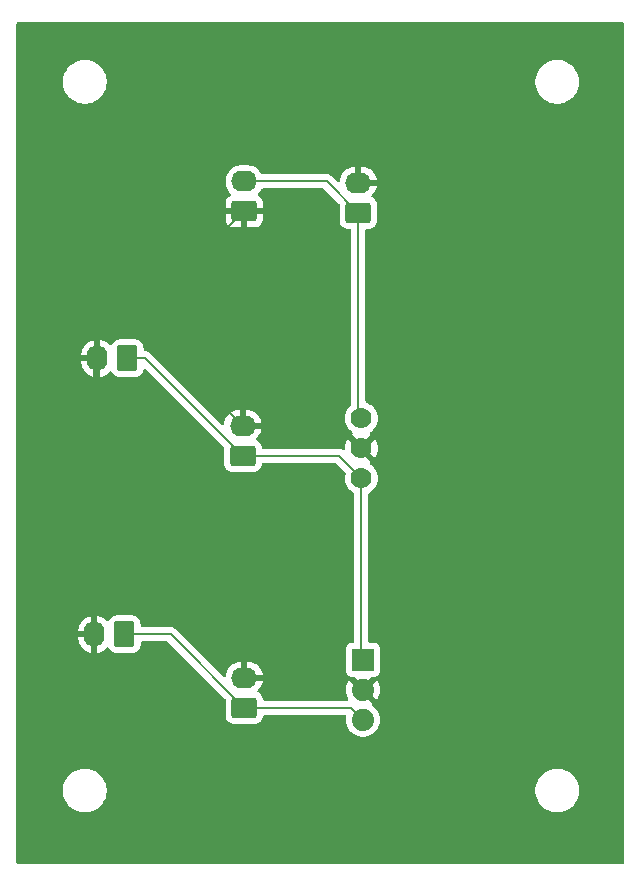
<source format=gbr>
%TF.GenerationSoftware,KiCad,Pcbnew,8.0.8*%
%TF.CreationDate,2025-04-15T11:04:33-05:00*%
%TF.ProjectId,PowerOnly,506f7765-724f-46e6-9c79-2e6b69636164,rev?*%
%TF.SameCoordinates,Original*%
%TF.FileFunction,Copper,L1,Top*%
%TF.FilePolarity,Positive*%
%FSLAX46Y46*%
G04 Gerber Fmt 4.6, Leading zero omitted, Abs format (unit mm)*
G04 Created by KiCad (PCBNEW 8.0.8) date 2025-04-15 11:04:33*
%MOMM*%
%LPD*%
G01*
G04 APERTURE LIST*
G04 Aperture macros list*
%AMRoundRect*
0 Rectangle with rounded corners*
0 $1 Rounding radius*
0 $2 $3 $4 $5 $6 $7 $8 $9 X,Y pos of 4 corners*
0 Add a 4 corners polygon primitive as box body*
4,1,4,$2,$3,$4,$5,$6,$7,$8,$9,$2,$3,0*
0 Add four circle primitives for the rounded corners*
1,1,$1+$1,$2,$3*
1,1,$1+$1,$4,$5*
1,1,$1+$1,$6,$7*
1,1,$1+$1,$8,$9*
0 Add four rect primitives between the rounded corners*
20,1,$1+$1,$2,$3,$4,$5,0*
20,1,$1+$1,$4,$5,$6,$7,0*
20,1,$1+$1,$6,$7,$8,$9,0*
20,1,$1+$1,$8,$9,$2,$3,0*%
G04 Aperture macros list end*
%TA.AperFunction,ComponentPad*%
%ADD10RoundRect,0.250000X0.620000X0.845000X-0.620000X0.845000X-0.620000X-0.845000X0.620000X-0.845000X0*%
%TD*%
%TA.AperFunction,ComponentPad*%
%ADD11O,1.740000X2.190000*%
%TD*%
%TA.AperFunction,ComponentPad*%
%ADD12R,1.879600X1.879600*%
%TD*%
%TA.AperFunction,ComponentPad*%
%ADD13C,1.879600*%
%TD*%
%TA.AperFunction,ComponentPad*%
%ADD14C,1.778000*%
%TD*%
%TA.AperFunction,ComponentPad*%
%ADD15RoundRect,0.250000X0.845000X-0.620000X0.845000X0.620000X-0.845000X0.620000X-0.845000X-0.620000X0*%
%TD*%
%TA.AperFunction,ComponentPad*%
%ADD16O,2.190000X1.740000*%
%TD*%
%TA.AperFunction,Conductor*%
%ADD17C,0.200000*%
%TD*%
G04 APERTURE END LIST*
D10*
%TO.P,J3,1,Pin_1*%
%TO.N,Net-(J3-Pin_1)*%
X133604000Y-73406000D03*
D11*
%TO.P,J3,2,Pin_2*%
%TO.N,GND*%
X131064000Y-73406000D03*
%TD*%
D10*
%TO.P,J2,1,Pin_1*%
%TO.N,Net-(J2-Pin_1)*%
X133350000Y-96774000D03*
D11*
%TO.P,J2,2,Pin_2*%
%TO.N,GND*%
X130810000Y-96774000D03*
%TD*%
D12*
%TO.P,U2,1,IN*%
%TO.N,Net-(J3-Pin_1)*%
X153543000Y-98933000D03*
D13*
%TO.P,U2,2,GND*%
%TO.N,GND*%
X153543000Y-101473000D03*
%TO.P,U2,3,OUT*%
%TO.N,Net-(J2-Pin_1)*%
X153543000Y-104013000D03*
%TD*%
D14*
%TO.P,U1,1,INPUT*%
%TO.N,Net-(J1-Pin_1)*%
X153416000Y-78486000D03*
%TO.P,U1,2,GROUND*%
%TO.N,GND*%
X153416000Y-81026000D03*
%TO.P,U1,3,OUTPUT*%
%TO.N,Net-(J3-Pin_1)*%
X153416000Y-83566000D03*
%TD*%
D15*
%TO.P,J1,1,Pin_1*%
%TO.N,Net-(J1-Pin_1)*%
X153162000Y-61087000D03*
D16*
%TO.P,J1,2,Pin_2*%
%TO.N,GND*%
X153162000Y-58547000D03*
%TD*%
D15*
%TO.P,C3,1*%
%TO.N,Net-(J2-Pin_1)*%
X143510000Y-102997000D03*
D16*
%TO.P,C3,2*%
%TO.N,GND*%
X143510000Y-100457000D03*
%TD*%
D15*
%TO.P,C2,1*%
%TO.N,Net-(J3-Pin_1)*%
X143383000Y-81661000D03*
D16*
%TO.P,C2,2*%
%TO.N,GND*%
X143383000Y-79121000D03*
%TD*%
D15*
%TO.P,C1,1*%
%TO.N,GND*%
X143510000Y-60960000D03*
D16*
%TO.P,C1,2*%
%TO.N,Net-(J1-Pin_1)*%
X143510000Y-58420000D03*
%TD*%
D17*
%TO.N,GND*%
X143383000Y-79121000D02*
X140208000Y-75946000D01*
X140208000Y-64262000D02*
X143510000Y-60960000D01*
X140208000Y-75946000D02*
X140208000Y-64262000D01*
X130810000Y-96774000D02*
X130810000Y-73660000D01*
X130810000Y-73660000D02*
X131064000Y-73406000D01*
%TO.N,Net-(J3-Pin_1)*%
X153416000Y-83566000D02*
X153416000Y-98806000D01*
X153416000Y-98806000D02*
X153543000Y-98933000D01*
%TO.N,Net-(J2-Pin_1)*%
X133350000Y-96774000D02*
X137287000Y-96774000D01*
X137287000Y-96774000D02*
X143510000Y-102997000D01*
%TO.N,Net-(J1-Pin_1)*%
X153162000Y-61087000D02*
X153162000Y-78232000D01*
X153162000Y-78232000D02*
X153416000Y-78486000D01*
%TO.N,Net-(J3-Pin_1)*%
X133604000Y-73406000D02*
X135128000Y-73406000D01*
X135128000Y-73406000D02*
X143383000Y-81661000D01*
%TO.N,Net-(J2-Pin_1)*%
X143510000Y-102997000D02*
X152527000Y-102997000D01*
X152527000Y-102997000D02*
X153543000Y-104013000D01*
%TO.N,Net-(J3-Pin_1)*%
X143383000Y-81661000D02*
X151511000Y-81661000D01*
X151511000Y-81661000D02*
X153416000Y-83566000D01*
%TO.N,Net-(J1-Pin_1)*%
X143510000Y-58420000D02*
X150495000Y-58420000D01*
X150495000Y-58420000D02*
X153162000Y-61087000D01*
%TD*%
%TA.AperFunction,Conductor*%
%TO.N,GND*%
G36*
X175591539Y-44965185D02*
G01*
X175637294Y-45017989D01*
X175648500Y-45069500D01*
X175648500Y-116073500D01*
X175628815Y-116140539D01*
X175576011Y-116186294D01*
X175524500Y-116197500D01*
X124332500Y-116197500D01*
X124265461Y-116177815D01*
X124219706Y-116125011D01*
X124208500Y-116073500D01*
X124208500Y-109878711D01*
X128149500Y-109878711D01*
X128149500Y-110121288D01*
X128181161Y-110361785D01*
X128243947Y-110596104D01*
X128336773Y-110820205D01*
X128336776Y-110820212D01*
X128458064Y-111030289D01*
X128458066Y-111030292D01*
X128458067Y-111030293D01*
X128605733Y-111222736D01*
X128605739Y-111222743D01*
X128777256Y-111394260D01*
X128777262Y-111394265D01*
X128969711Y-111541936D01*
X129179788Y-111663224D01*
X129403900Y-111756054D01*
X129638211Y-111818838D01*
X129818586Y-111842584D01*
X129878711Y-111850500D01*
X129878712Y-111850500D01*
X130121289Y-111850500D01*
X130169388Y-111844167D01*
X130361789Y-111818838D01*
X130596100Y-111756054D01*
X130820212Y-111663224D01*
X131030289Y-111541936D01*
X131222738Y-111394265D01*
X131394265Y-111222738D01*
X131541936Y-111030289D01*
X131663224Y-110820212D01*
X131756054Y-110596100D01*
X131818838Y-110361789D01*
X131850500Y-110121288D01*
X131850500Y-109878712D01*
X131850500Y-109878711D01*
X168149500Y-109878711D01*
X168149500Y-110121288D01*
X168181161Y-110361785D01*
X168243947Y-110596104D01*
X168336773Y-110820205D01*
X168336776Y-110820212D01*
X168458064Y-111030289D01*
X168458066Y-111030292D01*
X168458067Y-111030293D01*
X168605733Y-111222736D01*
X168605739Y-111222743D01*
X168777256Y-111394260D01*
X168777262Y-111394265D01*
X168969711Y-111541936D01*
X169179788Y-111663224D01*
X169403900Y-111756054D01*
X169638211Y-111818838D01*
X169818586Y-111842584D01*
X169878711Y-111850500D01*
X169878712Y-111850500D01*
X170121289Y-111850500D01*
X170169388Y-111844167D01*
X170361789Y-111818838D01*
X170596100Y-111756054D01*
X170820212Y-111663224D01*
X171030289Y-111541936D01*
X171222738Y-111394265D01*
X171394265Y-111222738D01*
X171541936Y-111030289D01*
X171663224Y-110820212D01*
X171756054Y-110596100D01*
X171818838Y-110361789D01*
X171850500Y-110121288D01*
X171850500Y-109878712D01*
X171818838Y-109638211D01*
X171756054Y-109403900D01*
X171663224Y-109179788D01*
X171541936Y-108969711D01*
X171394265Y-108777262D01*
X171394260Y-108777256D01*
X171222743Y-108605739D01*
X171222736Y-108605733D01*
X171030293Y-108458067D01*
X171030292Y-108458066D01*
X171030289Y-108458064D01*
X170820212Y-108336776D01*
X170820205Y-108336773D01*
X170596104Y-108243947D01*
X170361785Y-108181161D01*
X170121289Y-108149500D01*
X170121288Y-108149500D01*
X169878712Y-108149500D01*
X169878711Y-108149500D01*
X169638214Y-108181161D01*
X169403895Y-108243947D01*
X169179794Y-108336773D01*
X169179785Y-108336777D01*
X168969706Y-108458067D01*
X168777263Y-108605733D01*
X168777256Y-108605739D01*
X168605739Y-108777256D01*
X168605733Y-108777263D01*
X168458067Y-108969706D01*
X168336777Y-109179785D01*
X168336773Y-109179794D01*
X168243947Y-109403895D01*
X168181161Y-109638214D01*
X168149500Y-109878711D01*
X131850500Y-109878711D01*
X131818838Y-109638211D01*
X131756054Y-109403900D01*
X131663224Y-109179788D01*
X131541936Y-108969711D01*
X131394265Y-108777262D01*
X131394260Y-108777256D01*
X131222743Y-108605739D01*
X131222736Y-108605733D01*
X131030293Y-108458067D01*
X131030292Y-108458066D01*
X131030289Y-108458064D01*
X130820212Y-108336776D01*
X130820205Y-108336773D01*
X130596104Y-108243947D01*
X130361785Y-108181161D01*
X130121289Y-108149500D01*
X130121288Y-108149500D01*
X129878712Y-108149500D01*
X129878711Y-108149500D01*
X129638214Y-108181161D01*
X129403895Y-108243947D01*
X129179794Y-108336773D01*
X129179785Y-108336777D01*
X128969706Y-108458067D01*
X128777263Y-108605733D01*
X128777256Y-108605739D01*
X128605739Y-108777256D01*
X128605733Y-108777263D01*
X128458067Y-108969706D01*
X128336777Y-109179785D01*
X128336773Y-109179794D01*
X128243947Y-109403895D01*
X128181161Y-109638214D01*
X128149500Y-109878711D01*
X124208500Y-109878711D01*
X124208500Y-96441179D01*
X129440000Y-96441179D01*
X129440000Y-96524000D01*
X130267291Y-96524000D01*
X130255548Y-96544339D01*
X130215000Y-96695667D01*
X130215000Y-96852333D01*
X130255548Y-97003661D01*
X130267291Y-97024000D01*
X129440000Y-97024000D01*
X129440000Y-97106820D01*
X129473734Y-97319809D01*
X129540372Y-97524901D01*
X129638271Y-97717036D01*
X129765025Y-97891496D01*
X129765025Y-97891497D01*
X129917502Y-98043974D01*
X130091963Y-98170728D01*
X130284098Y-98268627D01*
X130489190Y-98335266D01*
X130560000Y-98346481D01*
X130560000Y-97316709D01*
X130580339Y-97328452D01*
X130731667Y-97369000D01*
X130888333Y-97369000D01*
X131039661Y-97328452D01*
X131060000Y-97316709D01*
X131060000Y-98346480D01*
X131130809Y-98335266D01*
X131335901Y-98268627D01*
X131528036Y-98170728D01*
X131702493Y-98043977D01*
X131844578Y-97901892D01*
X131905901Y-97868407D01*
X131975593Y-97873391D01*
X132031527Y-97915262D01*
X132044640Y-97937165D01*
X132045181Y-97938325D01*
X132045185Y-97938331D01*
X132045186Y-97938334D01*
X132137288Y-98087656D01*
X132261344Y-98211712D01*
X132410666Y-98303814D01*
X132577203Y-98358999D01*
X132679991Y-98369500D01*
X134020008Y-98369499D01*
X134122797Y-98358999D01*
X134289334Y-98303814D01*
X134438656Y-98211712D01*
X134562712Y-98087656D01*
X134654814Y-97938334D01*
X134709999Y-97771797D01*
X134720500Y-97669009D01*
X134720500Y-97498500D01*
X134740185Y-97431461D01*
X134792989Y-97385706D01*
X134844500Y-97374500D01*
X136986903Y-97374500D01*
X137053942Y-97394185D01*
X137074584Y-97410819D01*
X141879902Y-102216137D01*
X141913387Y-102277460D01*
X141915580Y-102316414D01*
X141914500Y-102326985D01*
X141914500Y-103667001D01*
X141914501Y-103667018D01*
X141925000Y-103769796D01*
X141925001Y-103769799D01*
X141926768Y-103775130D01*
X141980186Y-103936334D01*
X142072288Y-104085656D01*
X142196344Y-104209712D01*
X142345666Y-104301814D01*
X142512203Y-104356999D01*
X142614991Y-104367500D01*
X144405008Y-104367499D01*
X144507797Y-104356999D01*
X144674334Y-104301814D01*
X144823656Y-104209712D01*
X144947712Y-104085656D01*
X145039814Y-103936334D01*
X145094999Y-103769797D01*
X145101221Y-103708897D01*
X145127618Y-103644205D01*
X145184799Y-103604054D01*
X145224579Y-103597500D01*
X152003140Y-103597500D01*
X152070179Y-103617185D01*
X152115934Y-103669989D01*
X152125878Y-103739147D01*
X152123345Y-103751942D01*
X152117474Y-103775122D01*
X152117474Y-103775123D01*
X152097764Y-104012994D01*
X152097764Y-104013005D01*
X152117473Y-104250869D01*
X152117475Y-104250881D01*
X152176070Y-104482267D01*
X152271951Y-104700852D01*
X152271953Y-104700856D01*
X152402506Y-104900682D01*
X152564168Y-105076295D01*
X152752531Y-105222903D01*
X152962455Y-105336509D01*
X153188216Y-105414012D01*
X153423653Y-105453300D01*
X153423654Y-105453300D01*
X153662346Y-105453300D01*
X153662347Y-105453300D01*
X153897784Y-105414012D01*
X154123545Y-105336509D01*
X154333469Y-105222903D01*
X154521832Y-105076295D01*
X154683494Y-104900682D01*
X154814047Y-104700856D01*
X154909929Y-104482267D01*
X154968525Y-104250878D01*
X154971936Y-104209712D01*
X154988236Y-104013005D01*
X154988236Y-104012994D01*
X154968526Y-103775130D01*
X154968524Y-103775118D01*
X154909929Y-103543732D01*
X154814048Y-103325147D01*
X154814047Y-103325144D01*
X154683494Y-103125318D01*
X154521832Y-102949705D01*
X154521827Y-102949701D01*
X154521825Y-102949699D01*
X154381571Y-102840535D01*
X154340758Y-102783825D01*
X154337083Y-102714052D01*
X154369992Y-102656387D01*
X154370158Y-102653711D01*
X153817888Y-102101441D01*
X153867848Y-102080748D01*
X153980172Y-102005695D01*
X154075695Y-101910172D01*
X154150748Y-101797848D01*
X154171441Y-101747889D01*
X154722941Y-102299389D01*
X154813604Y-102160621D01*
X154813609Y-102160613D01*
X154909454Y-101942104D01*
X154968030Y-101710796D01*
X154968032Y-101710788D01*
X154987735Y-101473006D01*
X154987735Y-101472993D01*
X154968032Y-101235211D01*
X154968030Y-101235203D01*
X154909454Y-101003895D01*
X154813606Y-100785380D01*
X154722941Y-100646609D01*
X154171441Y-101198110D01*
X154150748Y-101148152D01*
X154075695Y-101035828D01*
X153980172Y-100940305D01*
X153867848Y-100865252D01*
X153817888Y-100844557D01*
X154252828Y-100409618D01*
X154314151Y-100376133D01*
X154340508Y-100373299D01*
X154530672Y-100373299D01*
X154590283Y-100366891D01*
X154725131Y-100316596D01*
X154840346Y-100230346D01*
X154926596Y-100115131D01*
X154976891Y-99980283D01*
X154983300Y-99920673D01*
X154983299Y-97945328D01*
X154976891Y-97885717D01*
X154926596Y-97750869D01*
X154926595Y-97750868D01*
X154926593Y-97750864D01*
X154840347Y-97635655D01*
X154840344Y-97635652D01*
X154725135Y-97549406D01*
X154725128Y-97549402D01*
X154590282Y-97499108D01*
X154590283Y-97499108D01*
X154530683Y-97492701D01*
X154530681Y-97492700D01*
X154530673Y-97492700D01*
X154530665Y-97492700D01*
X154140500Y-97492700D01*
X154073461Y-97473015D01*
X154027706Y-97420211D01*
X154016500Y-97368700D01*
X154016500Y-84894835D01*
X154036185Y-84827796D01*
X154081483Y-84785780D01*
X154178589Y-84733229D01*
X154360308Y-84591792D01*
X154516269Y-84422373D01*
X154642217Y-84229595D01*
X154734717Y-84018716D01*
X154791246Y-83795488D01*
X154810262Y-83566000D01*
X154791246Y-83336512D01*
X154734717Y-83113284D01*
X154642217Y-82902405D01*
X154542422Y-82749657D01*
X154516271Y-82709629D01*
X154489355Y-82680390D01*
X154360308Y-82540208D01*
X154223591Y-82433797D01*
X154174541Y-82395620D01*
X154175428Y-82394480D01*
X154134363Y-82346366D01*
X154124938Y-82277135D01*
X154154437Y-82213798D01*
X154174571Y-82196352D01*
X154174266Y-82195960D01*
X154206958Y-82170513D01*
X154206959Y-82170512D01*
X153652007Y-81615561D01*
X153716785Y-81588729D01*
X153820789Y-81519236D01*
X153909236Y-81430789D01*
X153978729Y-81326785D01*
X154005560Y-81262008D01*
X154559238Y-81815686D01*
X154641774Y-81689357D01*
X154734242Y-81478553D01*
X154790750Y-81255408D01*
X154790752Y-81255396D01*
X154809760Y-81026005D01*
X154809760Y-81025994D01*
X154790752Y-80796603D01*
X154790750Y-80796591D01*
X154734242Y-80573446D01*
X154641775Y-80362644D01*
X154559238Y-80236312D01*
X154005560Y-80789990D01*
X153978729Y-80725215D01*
X153909236Y-80621211D01*
X153820789Y-80532764D01*
X153716785Y-80463271D01*
X153652007Y-80436438D01*
X154206958Y-79881486D01*
X154206958Y-79881484D01*
X154174267Y-79856040D01*
X154175209Y-79854829D01*
X154134355Y-79806947D01*
X154124941Y-79737714D01*
X154154450Y-79674382D01*
X154174820Y-79656738D01*
X154174541Y-79656380D01*
X154211174Y-79627866D01*
X154360308Y-79511792D01*
X154516269Y-79342373D01*
X154642217Y-79149595D01*
X154734717Y-78938716D01*
X154791246Y-78715488D01*
X154803588Y-78566548D01*
X154810262Y-78486005D01*
X154810262Y-78485994D01*
X154791246Y-78256515D01*
X154791246Y-78256512D01*
X154734717Y-78033284D01*
X154642217Y-77822405D01*
X154595566Y-77751000D01*
X154516271Y-77629629D01*
X154489355Y-77600390D01*
X154360308Y-77460208D01*
X154270499Y-77390307D01*
X154178591Y-77318772D01*
X153976069Y-77209172D01*
X153976061Y-77209169D01*
X153846237Y-77164600D01*
X153789222Y-77124214D01*
X153763091Y-77059415D01*
X153762500Y-77047319D01*
X153762500Y-62581499D01*
X153782185Y-62514460D01*
X153834989Y-62468705D01*
X153886500Y-62457499D01*
X154057002Y-62457499D01*
X154057008Y-62457499D01*
X154159797Y-62446999D01*
X154326334Y-62391814D01*
X154475656Y-62299712D01*
X154599712Y-62175656D01*
X154691814Y-62026334D01*
X154746999Y-61859797D01*
X154757500Y-61757009D01*
X154757499Y-60416992D01*
X154756418Y-60406414D01*
X154746999Y-60314203D01*
X154746998Y-60314200D01*
X154704948Y-60187302D01*
X154691814Y-60147666D01*
X154599712Y-59998344D01*
X154475656Y-59874288D01*
X154326334Y-59782186D01*
X154326332Y-59782185D01*
X154326325Y-59782181D01*
X154325165Y-59781640D01*
X154324503Y-59781057D01*
X154320187Y-59778395D01*
X154320642Y-59777657D01*
X154272727Y-59735466D01*
X154253577Y-59668272D01*
X154273795Y-59601392D01*
X154289892Y-59581578D01*
X154431977Y-59439493D01*
X154558728Y-59265036D01*
X154656627Y-59072901D01*
X154723266Y-58867809D01*
X154734481Y-58797000D01*
X153704709Y-58797000D01*
X153716452Y-58776661D01*
X153757000Y-58625333D01*
X153757000Y-58468667D01*
X153716452Y-58317339D01*
X153704709Y-58297000D01*
X154734481Y-58297000D01*
X154723266Y-58226190D01*
X154656627Y-58021098D01*
X154558728Y-57828963D01*
X154431974Y-57654503D01*
X154431974Y-57654502D01*
X154279497Y-57502025D01*
X154105036Y-57375271D01*
X153912901Y-57277372D01*
X153707809Y-57210734D01*
X153494820Y-57177000D01*
X153412000Y-57177000D01*
X153412000Y-58004290D01*
X153391661Y-57992548D01*
X153240333Y-57952000D01*
X153083667Y-57952000D01*
X152932339Y-57992548D01*
X152912000Y-58004290D01*
X152912000Y-57177000D01*
X152829180Y-57177000D01*
X152616190Y-57210734D01*
X152411098Y-57277372D01*
X152218963Y-57375271D01*
X152044503Y-57502025D01*
X152044502Y-57502025D01*
X151892025Y-57654502D01*
X151892025Y-57654503D01*
X151765271Y-57828963D01*
X151667372Y-58021098D01*
X151600733Y-58226190D01*
X151577234Y-58374561D01*
X151547305Y-58437696D01*
X151487993Y-58474627D01*
X151418131Y-58473629D01*
X151367080Y-58442844D01*
X150982590Y-58058355D01*
X150982588Y-58058352D01*
X150863717Y-57939481D01*
X150863716Y-57939480D01*
X150776904Y-57889360D01*
X150776904Y-57889359D01*
X150776900Y-57889358D01*
X150726785Y-57860423D01*
X150574057Y-57819499D01*
X150415943Y-57819499D01*
X150408347Y-57819499D01*
X150408331Y-57819500D01*
X145043165Y-57819500D01*
X144976126Y-57799815D01*
X144932680Y-57751794D01*
X144907157Y-57701701D01*
X144780359Y-57527179D01*
X144627821Y-57374641D01*
X144453299Y-57247843D01*
X144261089Y-57149908D01*
X144055926Y-57083246D01*
X144055924Y-57083245D01*
X144055922Y-57083245D01*
X143842866Y-57049500D01*
X143842861Y-57049500D01*
X143177139Y-57049500D01*
X143177134Y-57049500D01*
X142964077Y-57083245D01*
X142758908Y-57149909D01*
X142566700Y-57247843D01*
X142467129Y-57320186D01*
X142392179Y-57374641D01*
X142392177Y-57374643D01*
X142392176Y-57374643D01*
X142239643Y-57527176D01*
X142239643Y-57527177D01*
X142239641Y-57527179D01*
X142185186Y-57602129D01*
X142112843Y-57701700D01*
X142014909Y-57893908D01*
X141948245Y-58099077D01*
X141914500Y-58312133D01*
X141914500Y-58527866D01*
X141945646Y-58724511D01*
X141948246Y-58740926D01*
X142014908Y-58946089D01*
X142112843Y-59138299D01*
X142239641Y-59312821D01*
X142239643Y-59312823D01*
X142382003Y-59455183D01*
X142415488Y-59516506D01*
X142410504Y-59586198D01*
X142368632Y-59642131D01*
X142346728Y-59655245D01*
X142345885Y-59655637D01*
X142196654Y-59747684D01*
X142072684Y-59871654D01*
X141980643Y-60020875D01*
X141980641Y-60020880D01*
X141925494Y-60187302D01*
X141925493Y-60187309D01*
X141915000Y-60290013D01*
X141915000Y-60710000D01*
X142967291Y-60710000D01*
X142955548Y-60730339D01*
X142915000Y-60881667D01*
X142915000Y-61038333D01*
X142955548Y-61189661D01*
X142967291Y-61210000D01*
X141915001Y-61210000D01*
X141915001Y-61629986D01*
X141925494Y-61732697D01*
X141980641Y-61899119D01*
X141980643Y-61899124D01*
X142072684Y-62048345D01*
X142196654Y-62172315D01*
X142345875Y-62264356D01*
X142345880Y-62264358D01*
X142512302Y-62319505D01*
X142512309Y-62319506D01*
X142615019Y-62329999D01*
X143259999Y-62329999D01*
X143260000Y-62329998D01*
X143260000Y-61502709D01*
X143280339Y-61514452D01*
X143431667Y-61555000D01*
X143588333Y-61555000D01*
X143739661Y-61514452D01*
X143760000Y-61502709D01*
X143760000Y-62329999D01*
X144404972Y-62329999D01*
X144404986Y-62329998D01*
X144507697Y-62319505D01*
X144674119Y-62264358D01*
X144674124Y-62264356D01*
X144823345Y-62172315D01*
X144947315Y-62048345D01*
X145039356Y-61899124D01*
X145039358Y-61899119D01*
X145094505Y-61732697D01*
X145094506Y-61732690D01*
X145104999Y-61629986D01*
X145105000Y-61629973D01*
X145105000Y-61210000D01*
X144052709Y-61210000D01*
X144064452Y-61189661D01*
X144105000Y-61038333D01*
X144105000Y-60881667D01*
X144064452Y-60730339D01*
X144052709Y-60710000D01*
X145104999Y-60710000D01*
X145104999Y-60290028D01*
X145104998Y-60290013D01*
X145094505Y-60187302D01*
X145039358Y-60020880D01*
X145039356Y-60020875D01*
X144947315Y-59871654D01*
X144823345Y-59747684D01*
X144674118Y-59655640D01*
X144673277Y-59655248D01*
X144672796Y-59654824D01*
X144667975Y-59651851D01*
X144668483Y-59651027D01*
X144620836Y-59609078D01*
X144601681Y-59541885D01*
X144621894Y-59475003D01*
X144637987Y-59455192D01*
X144780359Y-59312821D01*
X144907157Y-59138299D01*
X144932680Y-59088205D01*
X144980654Y-59037410D01*
X145043165Y-59020500D01*
X150194903Y-59020500D01*
X150261942Y-59040185D01*
X150282584Y-59056819D01*
X151531902Y-60306137D01*
X151565387Y-60367460D01*
X151567580Y-60406414D01*
X151566500Y-60416985D01*
X151566500Y-61757001D01*
X151566501Y-61757018D01*
X151577000Y-61859796D01*
X151577001Y-61859799D01*
X151632185Y-62026331D01*
X151632186Y-62026334D01*
X151724288Y-62175656D01*
X151848344Y-62299712D01*
X151997666Y-62391814D01*
X152164203Y-62446999D01*
X152266991Y-62457500D01*
X152437500Y-62457499D01*
X152504539Y-62477183D01*
X152550294Y-62529987D01*
X152561500Y-62581499D01*
X152561500Y-77329687D01*
X152541815Y-77396726D01*
X152513663Y-77427540D01*
X152471694Y-77460206D01*
X152315728Y-77629629D01*
X152189782Y-77822405D01*
X152097282Y-78033285D01*
X152040753Y-78256515D01*
X152021738Y-78485994D01*
X152021738Y-78486005D01*
X152040753Y-78715484D01*
X152097282Y-78938714D01*
X152189782Y-79149594D01*
X152315728Y-79342370D01*
X152342084Y-79371000D01*
X152471692Y-79511792D01*
X152581319Y-79597118D01*
X152657459Y-79656380D01*
X152656570Y-79657521D01*
X152697632Y-79705624D01*
X152707063Y-79774855D01*
X152677568Y-79838194D01*
X152657429Y-79855651D01*
X152657733Y-79856041D01*
X152625040Y-79881485D01*
X152625040Y-79881487D01*
X153179992Y-80436438D01*
X153115215Y-80463271D01*
X153011211Y-80532764D01*
X152922764Y-80621211D01*
X152853271Y-80725215D01*
X152826438Y-80789992D01*
X152272760Y-80236313D01*
X152190224Y-80362644D01*
X152097757Y-80573446D01*
X152041249Y-80796591D01*
X152041247Y-80796603D01*
X152022240Y-81025994D01*
X152022240Y-81025999D01*
X152023284Y-81038603D01*
X152009201Y-81107038D01*
X151960354Y-81156996D01*
X151892252Y-81172615D01*
X151837708Y-81156227D01*
X151792904Y-81130360D01*
X151792904Y-81130359D01*
X151792900Y-81130358D01*
X151742785Y-81101423D01*
X151590057Y-81060499D01*
X151431943Y-81060499D01*
X151424347Y-81060499D01*
X151424331Y-81060500D01*
X145097578Y-81060500D01*
X145030539Y-81040815D01*
X144984784Y-80988011D01*
X144974220Y-80949102D01*
X144971431Y-80921803D01*
X144967999Y-80888203D01*
X144912814Y-80721666D01*
X144820712Y-80572344D01*
X144696656Y-80448288D01*
X144547334Y-80356186D01*
X144547332Y-80356185D01*
X144547325Y-80356181D01*
X144546165Y-80355640D01*
X144545503Y-80355057D01*
X144541187Y-80352395D01*
X144541642Y-80351657D01*
X144493727Y-80309466D01*
X144474577Y-80242272D01*
X144494795Y-80175392D01*
X144510892Y-80155578D01*
X144652977Y-80013493D01*
X144779728Y-79839036D01*
X144877627Y-79646901D01*
X144944266Y-79441809D01*
X144955481Y-79371000D01*
X143925709Y-79371000D01*
X143937452Y-79350661D01*
X143978000Y-79199333D01*
X143978000Y-79042667D01*
X143937452Y-78891339D01*
X143925709Y-78871000D01*
X144955481Y-78871000D01*
X144944266Y-78800190D01*
X144877627Y-78595098D01*
X144779728Y-78402963D01*
X144652974Y-78228503D01*
X144652974Y-78228502D01*
X144500497Y-78076025D01*
X144326036Y-77949271D01*
X144133901Y-77851372D01*
X143928809Y-77784734D01*
X143715820Y-77751000D01*
X143633000Y-77751000D01*
X143633000Y-78578290D01*
X143612661Y-78566548D01*
X143461333Y-78526000D01*
X143304667Y-78526000D01*
X143153339Y-78566548D01*
X143133000Y-78578290D01*
X143133000Y-77751000D01*
X143050180Y-77751000D01*
X142837190Y-77784734D01*
X142632098Y-77851372D01*
X142439963Y-77949271D01*
X142265503Y-78076025D01*
X142265502Y-78076025D01*
X142113025Y-78228502D01*
X142113025Y-78228503D01*
X141986271Y-78402963D01*
X141888372Y-78595098D01*
X141821733Y-78800190D01*
X141798234Y-78948562D01*
X141768305Y-79011697D01*
X141708993Y-79048628D01*
X141639131Y-79047630D01*
X141588080Y-79016845D01*
X135615590Y-73044355D01*
X135615588Y-73044352D01*
X135496717Y-72925481D01*
X135496716Y-72925480D01*
X135409904Y-72875360D01*
X135409904Y-72875359D01*
X135409900Y-72875358D01*
X135359785Y-72846423D01*
X135207057Y-72805499D01*
X135098499Y-72805499D01*
X135031460Y-72785814D01*
X134985705Y-72733010D01*
X134974499Y-72681499D01*
X134974499Y-72510998D01*
X134974498Y-72510981D01*
X134963999Y-72408203D01*
X134963998Y-72408200D01*
X134924334Y-72288503D01*
X134908814Y-72241666D01*
X134816712Y-72092344D01*
X134692656Y-71968288D01*
X134543334Y-71876186D01*
X134376797Y-71821001D01*
X134376795Y-71821000D01*
X134274010Y-71810500D01*
X132933998Y-71810500D01*
X132933981Y-71810501D01*
X132831203Y-71821000D01*
X132831200Y-71821001D01*
X132664668Y-71876185D01*
X132664663Y-71876187D01*
X132515342Y-71968289D01*
X132391289Y-72092342D01*
X132299182Y-72241672D01*
X132298638Y-72242840D01*
X132298051Y-72243505D01*
X132295395Y-72247813D01*
X132294658Y-72247358D01*
X132252461Y-72295275D01*
X132185266Y-72314422D01*
X132118387Y-72294201D01*
X132098579Y-72278107D01*
X131956497Y-72136025D01*
X131782036Y-72009271D01*
X131589899Y-71911372D01*
X131384805Y-71844733D01*
X131314000Y-71833518D01*
X131314000Y-72863290D01*
X131293661Y-72851548D01*
X131142333Y-72811000D01*
X130985667Y-72811000D01*
X130834339Y-72851548D01*
X130814000Y-72863290D01*
X130814000Y-71833518D01*
X130813999Y-71833518D01*
X130743194Y-71844733D01*
X130538100Y-71911372D01*
X130345963Y-72009271D01*
X130171503Y-72136025D01*
X130171502Y-72136025D01*
X130019025Y-72288502D01*
X130019025Y-72288503D01*
X129892271Y-72462963D01*
X129794372Y-72655098D01*
X129727734Y-72860190D01*
X129694000Y-73073179D01*
X129694000Y-73156000D01*
X130521291Y-73156000D01*
X130509548Y-73176339D01*
X130469000Y-73327667D01*
X130469000Y-73484333D01*
X130509548Y-73635661D01*
X130521291Y-73656000D01*
X129694000Y-73656000D01*
X129694000Y-73738820D01*
X129727734Y-73951809D01*
X129794372Y-74156901D01*
X129892271Y-74349036D01*
X130019025Y-74523496D01*
X130019025Y-74523497D01*
X130171502Y-74675974D01*
X130345963Y-74802728D01*
X130538098Y-74900627D01*
X130743190Y-74967266D01*
X130814000Y-74978481D01*
X130814000Y-73948709D01*
X130834339Y-73960452D01*
X130985667Y-74001000D01*
X131142333Y-74001000D01*
X131293661Y-73960452D01*
X131314000Y-73948709D01*
X131314000Y-74978480D01*
X131384809Y-74967266D01*
X131589901Y-74900627D01*
X131782036Y-74802728D01*
X131956493Y-74675977D01*
X132098578Y-74533892D01*
X132159901Y-74500407D01*
X132229593Y-74505391D01*
X132285527Y-74547262D01*
X132298640Y-74569165D01*
X132299181Y-74570325D01*
X132299185Y-74570331D01*
X132299186Y-74570334D01*
X132391288Y-74719656D01*
X132515344Y-74843712D01*
X132664666Y-74935814D01*
X132831203Y-74990999D01*
X132933991Y-75001500D01*
X134274008Y-75001499D01*
X134376797Y-74990999D01*
X134543334Y-74935814D01*
X134692656Y-74843712D01*
X134816712Y-74719656D01*
X134908814Y-74570334D01*
X134963999Y-74403797D01*
X134966450Y-74379803D01*
X134992845Y-74315112D01*
X135050026Y-74274960D01*
X135119837Y-74272096D01*
X135177489Y-74304724D01*
X141752902Y-80880137D01*
X141786387Y-80941460D01*
X141788580Y-80980414D01*
X141787500Y-80990985D01*
X141787500Y-82331001D01*
X141787501Y-82331018D01*
X141798000Y-82433796D01*
X141798001Y-82433799D01*
X141833262Y-82540208D01*
X141853186Y-82600334D01*
X141945288Y-82749656D01*
X142069344Y-82873712D01*
X142218666Y-82965814D01*
X142385203Y-83020999D01*
X142487991Y-83031500D01*
X144278008Y-83031499D01*
X144380797Y-83020999D01*
X144547334Y-82965814D01*
X144696656Y-82873712D01*
X144820712Y-82749656D01*
X144912814Y-82600334D01*
X144967999Y-82433797D01*
X144974221Y-82372897D01*
X145000618Y-82308205D01*
X145057799Y-82268054D01*
X145097579Y-82261500D01*
X151210903Y-82261500D01*
X151277942Y-82281185D01*
X151298584Y-82297819D01*
X152050850Y-83050085D01*
X152084335Y-83111408D01*
X152083375Y-83168206D01*
X152040753Y-83336515D01*
X152021738Y-83565994D01*
X152021738Y-83566005D01*
X152040753Y-83795484D01*
X152097282Y-84018714D01*
X152189782Y-84229594D01*
X152315728Y-84422370D01*
X152315731Y-84422373D01*
X152471692Y-84591792D01*
X152585139Y-84680091D01*
X152653408Y-84733227D01*
X152653413Y-84733230D01*
X152750517Y-84785780D01*
X152800108Y-84834999D01*
X152815500Y-84894835D01*
X152815500Y-97368700D01*
X152795815Y-97435739D01*
X152743011Y-97481494D01*
X152691501Y-97492700D01*
X152555330Y-97492700D01*
X152555323Y-97492701D01*
X152495716Y-97499108D01*
X152360871Y-97549402D01*
X152360864Y-97549406D01*
X152245655Y-97635652D01*
X152245652Y-97635655D01*
X152159406Y-97750864D01*
X152159402Y-97750871D01*
X152109108Y-97885717D01*
X152102701Y-97945316D01*
X152102701Y-97945323D01*
X152102700Y-97945335D01*
X152102700Y-99920670D01*
X152102701Y-99920676D01*
X152109108Y-99980283D01*
X152159402Y-100115128D01*
X152159406Y-100115135D01*
X152245652Y-100230344D01*
X152245655Y-100230347D01*
X152360864Y-100316593D01*
X152360871Y-100316597D01*
X152404850Y-100333000D01*
X152495717Y-100366891D01*
X152555327Y-100373300D01*
X152745493Y-100373299D01*
X152812530Y-100392983D01*
X152833172Y-100409618D01*
X153268111Y-100844557D01*
X153218152Y-100865252D01*
X153105828Y-100940305D01*
X153010305Y-101035828D01*
X152935252Y-101148152D01*
X152914558Y-101198111D01*
X152363057Y-100646609D01*
X152272392Y-100785382D01*
X152176545Y-101003895D01*
X152117969Y-101235203D01*
X152117967Y-101235211D01*
X152098265Y-101472993D01*
X152098265Y-101473006D01*
X152117967Y-101710788D01*
X152117969Y-101710796D01*
X152176545Y-101942104D01*
X152272392Y-102160617D01*
X152301179Y-102204679D01*
X152321367Y-102271568D01*
X152302186Y-102338754D01*
X152249727Y-102384904D01*
X152197370Y-102396500D01*
X145224578Y-102396500D01*
X145157539Y-102376815D01*
X145111784Y-102324011D01*
X145101220Y-102285102D01*
X145098431Y-102257803D01*
X145094999Y-102224203D01*
X145039814Y-102057666D01*
X144947712Y-101908344D01*
X144823656Y-101784288D01*
X144674334Y-101692186D01*
X144674332Y-101692185D01*
X144674325Y-101692181D01*
X144673165Y-101691640D01*
X144672503Y-101691057D01*
X144668187Y-101688395D01*
X144668642Y-101687657D01*
X144620727Y-101645466D01*
X144601577Y-101578272D01*
X144621795Y-101511392D01*
X144637892Y-101491578D01*
X144779977Y-101349493D01*
X144906728Y-101175036D01*
X145004627Y-100982901D01*
X145071266Y-100777809D01*
X145082481Y-100707000D01*
X144052709Y-100707000D01*
X144064452Y-100686661D01*
X144105000Y-100535333D01*
X144105000Y-100378667D01*
X144064452Y-100227339D01*
X144052709Y-100207000D01*
X145082481Y-100207000D01*
X145071266Y-100136190D01*
X145004627Y-99931098D01*
X144906728Y-99738963D01*
X144779974Y-99564503D01*
X144779974Y-99564502D01*
X144627497Y-99412025D01*
X144453036Y-99285271D01*
X144260901Y-99187372D01*
X144055809Y-99120734D01*
X143842820Y-99087000D01*
X143760000Y-99087000D01*
X143760000Y-99914290D01*
X143739661Y-99902548D01*
X143588333Y-99862000D01*
X143431667Y-99862000D01*
X143280339Y-99902548D01*
X143260000Y-99914290D01*
X143260000Y-99087000D01*
X143177180Y-99087000D01*
X142964190Y-99120734D01*
X142759098Y-99187372D01*
X142566963Y-99285271D01*
X142392503Y-99412025D01*
X142392502Y-99412025D01*
X142240025Y-99564502D01*
X142240025Y-99564503D01*
X142113271Y-99738963D01*
X142015372Y-99931098D01*
X141948733Y-100136190D01*
X141925234Y-100284562D01*
X141895305Y-100347697D01*
X141835993Y-100384628D01*
X141766131Y-100383630D01*
X141715080Y-100352845D01*
X137774590Y-96412355D01*
X137774588Y-96412352D01*
X137655717Y-96293481D01*
X137655716Y-96293480D01*
X137568904Y-96243360D01*
X137568904Y-96243359D01*
X137568900Y-96243358D01*
X137518785Y-96214423D01*
X137366057Y-96173499D01*
X137207943Y-96173499D01*
X137200347Y-96173499D01*
X137200331Y-96173500D01*
X134844499Y-96173500D01*
X134777460Y-96153815D01*
X134731705Y-96101011D01*
X134720499Y-96049500D01*
X134720499Y-95878998D01*
X134720498Y-95878981D01*
X134709999Y-95776203D01*
X134709998Y-95776200D01*
X134670334Y-95656503D01*
X134654814Y-95609666D01*
X134562712Y-95460344D01*
X134438656Y-95336288D01*
X134289334Y-95244186D01*
X134122797Y-95189001D01*
X134122795Y-95189000D01*
X134020010Y-95178500D01*
X132679998Y-95178500D01*
X132679981Y-95178501D01*
X132577203Y-95189000D01*
X132577200Y-95189001D01*
X132410668Y-95244185D01*
X132410663Y-95244187D01*
X132261342Y-95336289D01*
X132137289Y-95460342D01*
X132045182Y-95609672D01*
X132044638Y-95610840D01*
X132044051Y-95611505D01*
X132041395Y-95615813D01*
X132040658Y-95615358D01*
X131998461Y-95663275D01*
X131931266Y-95682422D01*
X131864387Y-95662201D01*
X131844579Y-95646107D01*
X131702497Y-95504025D01*
X131528036Y-95377271D01*
X131335899Y-95279372D01*
X131130805Y-95212733D01*
X131060000Y-95201518D01*
X131060000Y-96231290D01*
X131039661Y-96219548D01*
X130888333Y-96179000D01*
X130731667Y-96179000D01*
X130580339Y-96219548D01*
X130560000Y-96231290D01*
X130560000Y-95201518D01*
X130559999Y-95201518D01*
X130489194Y-95212733D01*
X130284100Y-95279372D01*
X130091963Y-95377271D01*
X129917503Y-95504025D01*
X129917502Y-95504025D01*
X129765025Y-95656502D01*
X129765025Y-95656503D01*
X129638271Y-95830963D01*
X129540372Y-96023098D01*
X129473734Y-96228190D01*
X129440000Y-96441179D01*
X124208500Y-96441179D01*
X124208500Y-49878711D01*
X128149500Y-49878711D01*
X128149500Y-50121288D01*
X128181161Y-50361785D01*
X128243947Y-50596104D01*
X128336773Y-50820205D01*
X128336776Y-50820212D01*
X128458064Y-51030289D01*
X128458066Y-51030292D01*
X128458067Y-51030293D01*
X128605733Y-51222736D01*
X128605739Y-51222743D01*
X128777256Y-51394260D01*
X128777262Y-51394265D01*
X128969711Y-51541936D01*
X129179788Y-51663224D01*
X129403900Y-51756054D01*
X129638211Y-51818838D01*
X129818586Y-51842584D01*
X129878711Y-51850500D01*
X129878712Y-51850500D01*
X130121289Y-51850500D01*
X130169388Y-51844167D01*
X130361789Y-51818838D01*
X130596100Y-51756054D01*
X130820212Y-51663224D01*
X131030289Y-51541936D01*
X131222738Y-51394265D01*
X131394265Y-51222738D01*
X131541936Y-51030289D01*
X131663224Y-50820212D01*
X131756054Y-50596100D01*
X131818838Y-50361789D01*
X131850500Y-50121288D01*
X131850500Y-49878712D01*
X131850500Y-49878711D01*
X168149500Y-49878711D01*
X168149500Y-50121288D01*
X168181161Y-50361785D01*
X168243947Y-50596104D01*
X168336773Y-50820205D01*
X168336776Y-50820212D01*
X168458064Y-51030289D01*
X168458066Y-51030292D01*
X168458067Y-51030293D01*
X168605733Y-51222736D01*
X168605739Y-51222743D01*
X168777256Y-51394260D01*
X168777262Y-51394265D01*
X168969711Y-51541936D01*
X169179788Y-51663224D01*
X169403900Y-51756054D01*
X169638211Y-51818838D01*
X169818586Y-51842584D01*
X169878711Y-51850500D01*
X169878712Y-51850500D01*
X170121289Y-51850500D01*
X170169388Y-51844167D01*
X170361789Y-51818838D01*
X170596100Y-51756054D01*
X170820212Y-51663224D01*
X171030289Y-51541936D01*
X171222738Y-51394265D01*
X171394265Y-51222738D01*
X171541936Y-51030289D01*
X171663224Y-50820212D01*
X171756054Y-50596100D01*
X171818838Y-50361789D01*
X171850500Y-50121288D01*
X171850500Y-49878712D01*
X171818838Y-49638211D01*
X171756054Y-49403900D01*
X171663224Y-49179788D01*
X171541936Y-48969711D01*
X171394265Y-48777262D01*
X171394260Y-48777256D01*
X171222743Y-48605739D01*
X171222736Y-48605733D01*
X171030293Y-48458067D01*
X171030292Y-48458066D01*
X171030289Y-48458064D01*
X170820212Y-48336776D01*
X170820205Y-48336773D01*
X170596104Y-48243947D01*
X170361785Y-48181161D01*
X170121289Y-48149500D01*
X170121288Y-48149500D01*
X169878712Y-48149500D01*
X169878711Y-48149500D01*
X169638214Y-48181161D01*
X169403895Y-48243947D01*
X169179794Y-48336773D01*
X169179785Y-48336777D01*
X168969706Y-48458067D01*
X168777263Y-48605733D01*
X168777256Y-48605739D01*
X168605739Y-48777256D01*
X168605733Y-48777263D01*
X168458067Y-48969706D01*
X168336777Y-49179785D01*
X168336773Y-49179794D01*
X168243947Y-49403895D01*
X168181161Y-49638214D01*
X168149500Y-49878711D01*
X131850500Y-49878711D01*
X131818838Y-49638211D01*
X131756054Y-49403900D01*
X131663224Y-49179788D01*
X131541936Y-48969711D01*
X131394265Y-48777262D01*
X131394260Y-48777256D01*
X131222743Y-48605739D01*
X131222736Y-48605733D01*
X131030293Y-48458067D01*
X131030292Y-48458066D01*
X131030289Y-48458064D01*
X130820212Y-48336776D01*
X130820205Y-48336773D01*
X130596104Y-48243947D01*
X130361785Y-48181161D01*
X130121289Y-48149500D01*
X130121288Y-48149500D01*
X129878712Y-48149500D01*
X129878711Y-48149500D01*
X129638214Y-48181161D01*
X129403895Y-48243947D01*
X129179794Y-48336773D01*
X129179785Y-48336777D01*
X128969706Y-48458067D01*
X128777263Y-48605733D01*
X128777256Y-48605739D01*
X128605739Y-48777256D01*
X128605733Y-48777263D01*
X128458067Y-48969706D01*
X128336777Y-49179785D01*
X128336773Y-49179794D01*
X128243947Y-49403895D01*
X128181161Y-49638214D01*
X128149500Y-49878711D01*
X124208500Y-49878711D01*
X124208500Y-45069500D01*
X124228185Y-45002461D01*
X124280989Y-44956706D01*
X124332500Y-44945500D01*
X175524500Y-44945500D01*
X175591539Y-44965185D01*
G37*
%TD.AperFunction*%
%TD*%
M02*

</source>
